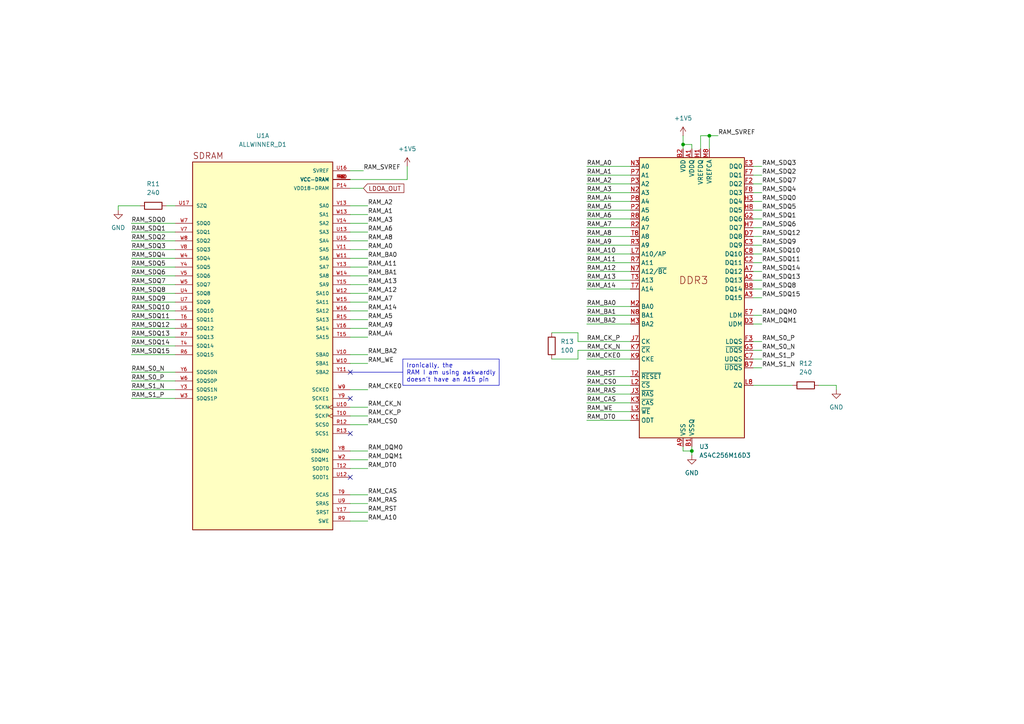
<source format=kicad_sch>
(kicad_sch (version 20250114) (generator "eeschema") (generator_version "9.0")
  (paper "A4")
  (title_block (title "Project Eous") (date "2025-04-06") (rev "0.5") (company "Radianite Computers Inc.") (comment 1 "Drawn by: Zean Isnomo"))
  (lib_symbols
    (symbol "ALLWINNER_D1:ALLWINNER_D1" (pin_names (offset 1.016))
      (property "Reference" "U" (at -20.32 57.15 0))
      (property "Value" "ALLWINNER_D1" (at -20.32 -54.61 0))
      (symbol "ALLWINNER_D1_1_0"
        (rectangle (start -20.32 -53.34) (end 20.32 53.34) (stroke (width 0.254)) (fill (type background)))
        (text "SDRAM" (at -20.32 54.102 0) (effects (font (size 1.778 1.778)) (justify left bottom)))
        (pin input line (at -25.4 40.64 0) (length 5.08) (name "SZQ") (number "U17"))
        (pin bidirectional line (at -25.4 35.56 0) (length 5.08) (name "SDQ0") (number "W7"))
        (pin bidirectional line (at -25.4 33.02 0) (length 5.08) (name "SDQ1") (number "V7"))
        (pin bidirectional line (at -25.4 30.48 0) (length 5.08) (name "SDQ2") (number "W8"))
        (pin bidirectional line (at -25.4 27.94 0) (length 5.08) (name "SDQ3") (number "V8"))
        (pin bidirectional line (at -25.4 25.4 0) (length 5.08) (name "SDQ4") (number "W4"))
        (pin bidirectional line (at -25.4 22.86 0) (length 5.08) (name "SDQ5") (number "Y4"))
        (pin bidirectional line (at -25.4 20.32 0) (length 5.08) (name "SDQ6") (number "V5"))
        (pin bidirectional line (at -25.4 17.78 0) (length 5.08) (name "SDQ7") (number "W5"))
        (pin bidirectional line (at -25.4 15.24 0) (length 5.08) (name "SDQ8") (number "U4"))
        (pin bidirectional line (at -25.4 12.7 0) (length 5.08) (name "SDQ9") (number "U7"))
        (pin bidirectional line (at -25.4 10.16 0) (length 5.08) (name "SDQ10") (number "U5"))
        (pin bidirectional line (at -25.4 7.62 0) (length 5.08) (name "SDQ11") (number "T6"))
        (pin bidirectional line (at -25.4 5.08 0) (length 5.08) (name "SDQ12") (number "U6"))
        (pin bidirectional line (at -25.4 2.54 0) (length 5.08) (name "SDQ13") (number "R7"))
        (pin bidirectional line (at -25.4 0 0) (length 5.08) (name "SDQ14") (number "T4"))
        (pin bidirectional line (at -25.4 -2.54 0) (length 5.08) (name "SDQ15") (number "R6"))
        (pin bidirectional line (at -25.4 -7.62 0) (length 5.08) (name "SDQS0N") (number "Y6"))
        (pin bidirectional line (at -25.4 -10.16 0) (length 5.08) (name "SDQS0P") (number "W6"))
        (pin bidirectional line (at -25.4 -12.7 0) (length 5.08) (name "SDQS1N") (number "Y3"))
        (pin bidirectional line (at -25.4 -15.24 0) (length 5.08) (name "SDQS1P") (number "W3"))
        (pin power_in line (at 25.4 50.8 180) (length 5.08) (name "SVREF") (number "U16"))
        (pin power_in line (at 25.4 48.26 180) (length 5.08) (name "VCC-DRAM") (number "N10"))
        (pin power_in line (at 25.4 48.26 180) (length 5.08) (name "VCC-DRAM") (number "N8"))
        (pin power_in line (at 25.4 48.26 180) (length 5.08) (name "VCC-DRAM") (number "N9"))
        (pin power_in line (at 25.4 48.26 180) (length 5.08) (name "VCC-DRAM") (number "P10"))
        (pin power_in line (at 25.4 48.26 180) (length 5.08) (name "VCC-DRAM") (number "P8"))
        (pin power_in line (at 25.4 48.26 180) (length 5.08) (name "VCC-DRAM") (number "P9"))
        (pin power_in line (at 25.4 45.72 180) (length 5.08) (name "VDD18-DRAM") (number "P14"))
        (pin output line (at 25.4 40.64 180) (length 5.08) (name "SA0") (number "V13"))
        (pin output line (at 25.4 38.1 180) (length 5.08) (name "SA1") (number "W13"))
        (pin output line (at 25.4 35.56 180) (length 5.08) (name "SA2") (number "V14"))
        (pin output line (at 25.4 33.02 180) (length 5.08) (name "SA3") (number "U13"))
        (pin output line (at 25.4 30.48 180) (length 5.08) (name "SA4") (number "U15"))
        (pin output line (at 25.4 27.94 180) (length 5.08) (name "SA5") (number "V11"))
        (pin output line (at 25.4 25.4 180) (length 5.08) (name "SA6") (number "W11"))
        (pin output line (at 25.4 22.86 180) (length 5.08) (name "SA7") (number "Y13"))
        (pin output line (at 25.4 20.32 180) (length 5.08) (name "SA8") (number "W14"))
        (pin output line (at 25.4 17.78 180) (length 5.08) (name "SA9") (number "Y15"))
        (pin output line (at 25.4 15.24 180) (length 5.08) (name "SA10") (number "W12"))
        (pin output line (at 25.4 12.7 180) (length 5.08) (name "SA11") (number "W15"))
        (pin output line (at 25.4 10.16 180) (length 5.08) (name "SA12") (number "W16"))
        (pin output line (at 25.4 7.62 180) (length 5.08) (name "SA13") (number "R15"))
        (pin output line (at 25.4 5.08 180) (length 5.08) (name "SA14") (number "V16"))
        (pin output line (at 25.4 2.54 180) (length 5.08) (name "SA15") (number "T15"))
        (pin output line (at 25.4 -2.54 180) (length 5.08) (name "SBA0") (number "V10"))
        (pin output line (at 25.4 -5.08 180) (length 5.08) (name "SBA1") (number "W10"))
        (pin output line (at 25.4 -7.62 180) (length 5.08) (name "SBA2") (number "Y11"))
        (pin output line (at 25.4 -12.7 180) (length 5.08) (name "SCKE0") (number "W9"))
        (pin output line (at 25.4 -15.24 180) (length 5.08) (name "SCKE1") (number "Y9"))
        (pin output clock (at 25.4 -17.78 180) (length 5.08) (name "SCKN") (number "U10"))
        (pin output clock (at 25.4 -20.32 180) (length 5.08) (name "SCKP") (number "T10"))
        (pin output line (at 25.4 -22.86 180) (length 5.08) (name "SCS0") (number "R12"))
        (pin output line (at 25.4 -25.4 180) (length 5.08) (name "SCS1") (number "R13"))
        (pin output line (at 25.4 -30.48 180) (length 5.08) (name "SDQM0") (number "Y8"))
        (pin output line (at 25.4 -33.02 180) (length 5.08) (name "SDQM1") (number "W2"))
        (pin output line (at 25.4 -35.56 180) (length 5.08) (name "SODT0") (number "T12"))
        (pin output line (at 25.4 -38.1 180) (length 5.08) (name "SODT1") (number "U12"))
        (pin output line (at 25.4 -43.18 180) (length 5.08) (name "SCAS") (number "T9"))
        (pin output line (at 25.4 -45.72 180) (length 5.08) (name "SRAS") (number "U9"))
        (pin output line (at 25.4 -48.26 180) (length 5.08) (name "SRST") (number "Y17"))
        (pin output line (at 25.4 -50.8 180) (length 5.08) (name "SWE") (number "R9"))
      )
      (symbol "ALLWINNER_D1_2_0"
        (rectangle (start -15.24 -68.58) (end 15.24 68.58) (stroke (width 0.254)) (fill (type background)))
        (text "GPIO" (at -15.24 69.342 0) (effects (font (size 1.778 1.778)) (justify left bottom)))
        (pin bidirectional line (at -20.32 48.26 0) (length 5.08) (name "PB0") (number "J16"))
        (pin bidirectional line (at -20.32 45.72 0) (length 5.08) (name "PB1") (number "J17"))
        (pin bidirectional line (at -20.32 43.18 0) (length 5.08) (name "PB2") (number "M16"))
        (pin bidirectional line (at -20.32 40.64 0) (length 5.08) (name "PB3") (number "M15"))
        (pin bidirectional line (at -20.32 38.1 0) (length 5.08) (name "PB4") (number "K16"))
        (pin bidirectional line (at -20.32 35.56 0) (length 5.08) (name "PB5") (number "K15"))
        (pin bidirectional line (at -20.32 33.02 0) (length 5.08) (name "PB6") (number "K17"))
        (pin bidirectional line (at -20.32 30.48 0) (length 5.08) (name "PB7") (number "J15"))
        (pin bidirectional line (at -20.32 27.94 0) (length 5.08) (name "PB8") (number "G15"))
        (pin bidirectional line (at -20.32 25.4 0) (length 5.08) (name "PB9") (number "G16"))
        (pin bidirectional line (at -20.32 22.86 0) (length 5.08) (name "PB10") (number "F17"))
        (pin bidirectional line (at -20.32 20.32 0) (length 5.08) (name "PB11") (number "F15"))
        (pin bidirectional line (at -20.32 17.78 0) (length 5.08) (name "PB12") (number "F16"))
        (pin bidirectional line (at -20.32 12.7 0) (length 5.08) (name "PC0") (number "F2"))
        (pin bidirectional line (at -20.32 10.16 0) (length 5.08) (name "PC1") (number "F1"))
        (pin bidirectional line (at -20.32 7.62 0) (length 5.08) (name "PC2") (number "G3"))
        (pin bidirectional line (at -20.32 5.08 0) (length 5.08) (name "PC3") (number "G2"))
        (pin bidirectional line (at -20.32 2.54 0) (length 5.08) (name "PC4") (number "H3"))
        (pin bidirectional line (at -20.32 0 0) (length 5.08) (name "PC5") (number "F5"))
        (pin bidirectional line (at -20.32 -2.54 0) (length 5.08) (name "PC6") (number "G6"))
        (pin bidirectional line (at -20.32 -5.08 0) (length 5.08) (name "PC7") (number "G5"))
        (pin bidirectional line (at -20.32 -10.16 0) (length 5.08) (name "PD0") (number "W19"))
        (pin bidirectional line (at -20.32 -12.7 0) (length 5.08) (name "PD1") (number "V20"))
        (pin bidirectional line (at -20.32 -15.24 0) (length 5.08) (name "PD2") (number "V19"))
        (pin bidirectional line (at -20.32 -17.78 0) (length 5.08) (name "PD3") (number "U20"))
        (pin bidirectional line (at -20.32 -20.32 0) (length 5.08) (name "PD4") (number "U19"))
        (pin bidirectional line (at -20.32 -22.86 0) (length 5.08) (name "PD5") (number "U18"))
        (pin bidirectional line (at -20.32 -25.4 0) (length 5.08) (name "PD6") (number "T19"))
        (pin bidirectional line (at -20.32 -27.94 0) (length 5.08) (name "PD7") (number "T18"))
        (pin bidirectional line (at -20.32 -30.48 0) (length 5.08) (name "PD8") (number "R20"))
        (pin bidirectional line (at -20.32 -33.02 0) (length 5.08) (name "PD9") (number "R19"))
        (pin bidirectional line (at -20.32 -35.56 0) (length 5.08) (name "PD10") (number "T17"))
        (pin bidirectional line (at -20.32 -38.1 0) (length 5.08) (name "PD11") (number "R17"))
        (pin bidirectional line (at -20.32 -40.64 0) (length 5.08) (name "PD12") (number "P19"))
        (pin bidirectional line (at -20.32 -43.18 0) (length 5.08) (name "PD13") (number "P18"))
        (pin bidirectional line (at -20.32 -45.72 0) (length 5.08) (name "PD14") (number "N17"))
        (pin bidirectional line (at -20.32 -48.26 0) (length 5.08) (name "PD15") (number "N16"))
        (pin bidirectional line (at -20.32 -50.8 0) (length 5.08) (name "PD16") (number "N20"))
        (pin bidirectional line (at -20.32 -53.34 0) (length 5.08) (name "PD17") (number "N19"))
        (pin bidirectional line (at -20.32 -55.88 0) (length 5.08) (name "PD18") (number "M19"))
        (pin bidirectional line (at -20.32 -58.42 0) (length 5.08) (name "PD19") (number "M18"))
        (pin bidirectional line (at -20.32 -60.96 0) (length 5.08) (name "PD20") (number "W18"))
        (pin bidirectional line (at -20.32 -63.5 0) (length 5.08) (name "PD21") (number "V18"))
        (pin bidirectional line (at -20.32 -66.04 0) (length 5.08) (name "PD22") (number "Y18"))
        (pin power_in line (at 20.32 66.04 180) (length 5.08) (name "VCC-LVDS") (number "R16"))
        (pin power_in line (at 20.32 63.5 180) (length 5.08) (name "VCC-PC") (number "G4"))
        (pin power_in line (at 20.32 60.96 180) (length 5.08) (name "VCC-PD") (number "T16"))
        (pin power_in line (at 20.32 58.42 180) (length 5.08) (name "VCC-PE") (number "M4"))
        (pin power_in line (at 20.32 55.88 180) (length 5.08) (name "VCC-PF") (number "F4"))
        (pin power_in line (at 20.32 53.34 180) (length 5.08) (name "VCC-PG") (number "E4"))
        (pin bidirectional line (at 20.32 48.26 180) (length 5.08) (name "PE0") (number "V1"))
        (pin bidirectional line (at 20.32 45.72 180) (length 5.08) (name "PE1") (number "U1"))
        (pin bidirectional line (at 20.32 43.18 180) (length 5.08) (name "PE2") (number "U2"))
        (pin bidirectional line (at 20.32 40.64 180) (length 5.08) (name "PE3") (number "U3"))
        (pin bidirectional line (at 20.32 38.1 180) (length 5.08) (name "PE4") (number "T2"))
        (pin bidirectional line (at 20.32 35.56 180) (length 5.08) (name "PE5") (number "T3"))
        (pin bidirectional line (at 20.32 33.02 180) (length 5.08) (name "PE6") (number "R1"))
        (pin bidirectional line (at 20.32 30.48 180) (length 5.08) (name "PE7") (number "R2"))
        (pin bidirectional line (at 20.32 27.94 180) (length 5.08) (name "PE8") (number "R3"))
        (pin bidirectional line (at 20.32 25.4 180) (length 5.08) (name "PE9") (number "P2"))
        (pin bidirectional line (at 20.32 22.86 180) (length 5.08) (name "PE10") (number "P3"))
        (pin bidirectional line (at 20.32 20.32 180) (length 5.08) (name "PE11") (number "N1"))
        (pin bidirectional line (at 20.32 17.78 180) (length 5.08) (name "PE12") (number "R5"))
        (pin bidirectional line (at 20.32 15.24 180) (length 5.08) (name "PE13") (number "R4"))
        (pin bidirectional line (at 20.32 12.7 180) (length 5.08) (name "PE14") (number "N4"))
        (pin bidirectional line (at 20.32 10.16 180) (length 5.08) (name "PE15") (number "N5"))
        (pin bidirectional line (at 20.32 7.62 180) (length 5.08) (name "PE16") (number "N6"))
        (pin bidirectional line (at 20.32 5.08 180) (length 5.08) (name "PE17") (number "M6"))
        (pin bidirectional line (at 20.32 0 180) (length 5.08) (name "PF0") (number "C2"))
        (pin bidirectional line (at 20.32 -2.54 180) (length 5.08) (name "PF1") (number "C1"))
        (pin bidirectional line (at 20.32 -5.08 180) (length 5.08) (name "PF2") (number "D2"))
        (pin bidirectional line (at 20.32 -7.62 180) (length 5.08) (name "PF3") (number "D1"))
        (pin bidirectional line (at 20.32 -10.16 180) (length 5.08) (name "PF4") (number "E3"))
        (pin bidirectional line (at 20.32 -12.7 180) (length 5.08) (name "PF5") (number "E2"))
        (pin bidirectional line (at 20.32 -15.24 180) (length 5.08) (name "PF6") (number "D3"))
        (pin bidirectional line (at 20.32 -20.32 180) (length 5.08) (name "PG0") (number "B2"))
        (pin bidirectional line (at 20.32 -22.86 180) (length 5.08) (name "PG1") (number "B3"))
        (pin bidirectional line (at 20.32 -25.4 180) (length 5.08) (name "PG2") (number "A3"))
        (pin bidirectional line (at 20.32 -27.94 180) (length 5.08) (name "PG3") (number "C3"))
        (pin bidirectional line (at 20.32 -30.48 180) (length 5.08) (name "PG4") (number "A4"))
        (pin bidirectional line (at 20.32 -33.02 180) (length 5.08) (name "PG5") (number "B4"))
        (pin bidirectional line (at 20.32 -35.56 180) (length 5.08) (name "PG6") (number "B5"))
        (pin bidirectional line (at 20.32 -38.1 180) (length 5.08) (name "PG7") (number "C5"))
        (pin bidirectional line (at 20.32 -40.64 180) (length 5.08) (name "PG8") (number "A6"))
        (pin bidirectional line (at 20.32 -43.18 180) (length 5.08) (name "PG9") (number "B6"))
        (pin bidirectional line (at 20.32 -45.72 180) (length 5.08) (name "PG10") (number "C6"))
        (pin bidirectional line (at 20.32 -48.26 180) (length 5.08) (name "PG11") (number "D4"))
        (pin bidirectional line (at 20.32 -50.8 180) (length 5.08) (name "PG12") (number "D5"))
        (pin bidirectional line (at 20.32 -53.34 180) (length 5.08) (name "PG13") (number "D6"))
        (pin bidirectional line (at 20.32 -55.88 180) (length 5.08) (name "PG14") (number "E6"))
        (pin bidirectional line (at 20.32 -58.42 180) (length 5.08) (name "PG15") (number "F6"))
        (pin bidirectional line (at 20.32 -60.96 180) (length 5.08) (name "PG16") (number "F7"))
        (pin bidirectional line (at 20.32 -63.5 180) (length 5.08) (name "PG17") (number "E7"))
        (pin bidirectional line (at 20.32 -66.04 180) (length 5.08) (name "PG18") (number "D7"))
      )
      (symbol "ALLWINNER_D1_3_0"
        (rectangle (start -17.78 -30.48) (end 17.78 30.48) (stroke (width 0.254)) (fill (type background)))
        (text "SYS/LR_GP_TP_ADC/USB/CVBS" (at -17.78 31.242 0) (effects (font (size 1.778 1.778)) (justify left bottom)))
        (pin input line (at -22.86 20.32 0) (length 5.08) (name "RESET") (number "M2"))
        (pin input line (at -22.86 17.78 0) (length 5.08) (name "TEST") (number "N2"))
        (pin input line (at -22.86 15.24 0) (length 5.08) (name "FEL") (number "A18"))
        (pin input line (at -22.86 10.16 0) (length 5.08) (name "LRADC") (number "B12"))
        (pin input line (at -22.86 5.08 0) (length 5.08) (name "GPADC0") (number "C13"))
        (pin input line (at -22.86 2.54 0) (length 5.08) (name "GPADC1") (number "B13"))
        (pin input line (at -22.86 -2.54 0) (length 5.08) (name "TP-X1") (number "C12"))
        (pin input line (at -22.86 -5.08 0) (length 5.08) (name "TP-X2") (number "A11"))
        (pin input line (at -22.86 -7.62 0) (length 5.08) (name "TP-Y1") (number "B11"))
        (pin input line (at -22.86 -10.16 0) (length 5.08) (name "TP-Y2") (number "C11"))
        (pin input line (at -22.86 -15.24 0) (length 5.08) (name "TVIN0") (number "B9"))
        (pin input line (at -22.86 -17.78 0) (length 5.08) (name "TVIN1") (number "C9"))
        (pin input line (at -22.86 -20.32 0) (length 5.08) (name "TVIN-VRN") (number "F10"))
        (pin input line (at -22.86 -22.86 0) (length 5.08) (name "TVIN-VRP") (number "E10"))
        (pin power_in line (at 22.86 27.94 180) (length 5.08) (name "VCC-TVIN") (number "D9"))
        (pin power_in line (at 22.86 25.4 180) (length 5.08) (name "VCC-TVOUT") (number "E18"))
        (pin bidirectional line (at 22.86 20.32 180) (length 5.08) (name "NMI") (number "N3"))
        (pin bidirectional line (at 22.86 15.24 180) (length 5.08) (name "USB0-DM") (number "C7"))
        (pin bidirectional line (at 22.86 12.7 180) (length 5.08) (name "USB0-DP") (number "B7"))
        (pin bidirectional line (at 22.86 10.16 180) (length 5.08) (name "USB1-DM") (number "B8"))
        (pin bidirectional line (at 22.86 7.62 180) (length 5.08) (name "USB1-DP") (number "A8"))
        (pin output line (at 22.86 2.54 180) (length 5.08) (name "TVOUT0") (number "E19"))
        (pin power_in line (at 22.86 -27.94 180) (length 5.08) (name "GND-TVIN") (number "E9"))
      )
      (symbol "ALLWINNER_D1_4_0"
        (rectangle (start -15.24 -15.24) (end 15.24 12.7) (stroke (width 0.254)) (fill (type background)))
        (text "HDMI" (at -15.24 13.462 0) (effects (font (size 1.778 1.778)) (justify left bottom)))
        (pin output clock (at -20.32 5.08 0) (length 5.08) (name "HSCL") (number "G19"))
        (pin bidirectional line (at -20.32 2.54 0) (length 5.08) (name "HSDA") (number "G18"))
        (pin bidirectional line (at -20.32 -2.54 0) (length 5.08) (name "HCEC") (number "F19"))
        (pin bidirectional line (at -20.32 -5.08 0) (length 5.08) (name "HHPD") (number "F20"))
        (pin power_in line (at 20.32 10.16 180) (length 5.08) (name "VCC-HDMI") (number "M17"))
        (pin output line (at 20.32 5.08 180) (length 5.08) (name "HTX0N") (number "K19"))
        (pin output line (at 20.32 2.54 180) (length 5.08) (name "HTX0P") (number "K18"))
        (pin output line (at 20.32 0 180) (length 5.08) (name "HTX1N") (number "J19"))
        (pin output line (at 20.32 -2.54 180) (length 5.08) (name "HTX1P") (number "J18"))
        (pin output line (at 20.32 -5.08 180) (length 5.08) (name "HTX2N") (number "H20"))
        (pin output line (at 20.32 -7.62 180) (length 5.08) (name "HTX2P") (number "H19"))
        (pin output line (at 20.32 -10.16 180) (length 5.08) (name "HTXCN") (number "L20"))
        (pin output line (at 20.32 -12.7 180) (length 5.08) (name "HTXCP") (number "L19"))
      )
      (symbol "ALLWINNER_D1_5_0"
        (rectangle (start -17.78 -33.02) (end 17.78 33.02) (stroke (width 0.254)) (fill (type background)))
        (text "AUDIO_CODEC" (at -17.78 33.782 0) (effects (font (size 1.778 1.778)) (justify left bottom)))
        (pin input line (at -22.86 12.7 0) (length 5.08) (name "MIC-DET") (number "A17"))
        (pin input line (at -22.86 7.62 0) (length 5.08) (name "MICIN1N") (number "D19"))
        (pin input line (at -22.86 5.08 0) (length 5.08) (name "MICIN1P") (number "D20"))
        (pin input line (at -22.86 2.54 0) (length 5.08) (name "MICIN2N") (number "D15"))
        (pin input line (at -22.86 0 0) (length 5.08) (name "MICIN2P") (number "E15"))
        (pin input line (at -22.86 -2.54 0) (length 5.08) (name "MICIN3N") (number "D16"))
        (pin input line (at -22.86 -5.08 0) (length 5.08) (name "MICIN3P") (number "D17"))
        (pin input line (at -22.86 -10.16 0) (length 5.08) (name "HP-DET") (number "A13"))
        (pin input line (at -22.86 -12.7 0) (length 5.08) (name "HPOUTFB") (number "E13"))
        (pin input line (at -22.86 -17.78 0) (length 5.08) (name "LINEINL") (number "B16"))
        (pin input line (at -22.86 -20.32 0) (length 5.08) (name "LINEINR") (number "C16"))
        (pin input line (at -22.86 -22.86 0) (length 5.08) (name "FMINL") (number "B17"))
        (pin input line (at -22.86 -25.4 0) (length 5.08) (name "FMINR") (number "C17"))
        (pin power_in line (at 22.86 30.48 180) (length 5.08) (name "VDD33") (number "C20"))
        (pin power_in line (at 22.86 27.94 180) (length 5.08) (name "AVCC") (number "C18"))
        (pin power_in line (at 22.86 25.4 180) (length 5.08) (name "ALDO") (number "C19"))
        (pin power_in line (at 22.86 22.86 180) (length 5.08) (name "HPLDO") (number "E12"))
        (pin power_in line (at 22.86 20.32 180) (length 5.08) (name "HPLDOIN") (number "D12"))
        (pin power_in line (at 22.86 17.78 180) (length 5.08) (name "HPVCC") (number "D10"))
        (pin output line (at 22.86 12.7 180) (length 5.08) (name "MBIAS") (number "E16"))
        (pin output line (at 22.86 10.16 180) (length 5.08) (name "HBIAS") (number "E17"))
        (pin output line (at 22.86 5.08 180) (length 5.08) (name "HPOUTL") (number "F13"))
        (pin output line (at 22.86 2.54 180) (length 5.08) (name "HPOUTR") (number "D13"))
        (pin output line (at 22.86 -2.54 180) (length 5.08) (name "VRA1") (number "B19"))
        (pin output line (at 22.86 -5.08 180) (length 5.08) (name "VRA2") (number "B18"))
        (pin output line (at 22.86 -10.16 180) (length 5.08) (name "LINEOUTLN") (number "C15"))
        (pin output line (at 22.86 -12.7 180) (length 5.08) (name "LINEOUTLP") (number "B15"))
        (pin output line (at 22.86 -15.24 180) (length 5.08) (name "LINEOUTRN") (number "C14"))
        (pin output line (at 22.86 -17.78 180) (length 5.08) (name "LINEOUTRP") (number "B14"))
        (pin power_in line (at 22.86 -30.48 180) (length 5.08) (name "AGND") (number "D18"))
      )
      (symbol "ALLWINNER_D1_6_0"
        (rectangle (start -20.32 -12.7) (end 20.32 12.7) (stroke (width 0.254)) (fill (type background)))
        (text "RTC AND PLL/DCXO" (at -20.32 13.462 0) (effects (font (size 1.778 1.778)) (justify left bottom)))
        (pin input line (at -25.4 0 0) (length 5.08) (name "X32KIN") (number "L2"))
        (pin output line (at -25.4 -2.54 0) (length 5.08) (name "X32KOUT") (number "L3"))
        (pin input line (at -25.4 -7.62 0) (length 5.08) (name "DXIN") (number "K1"))
        (pin output line (at -25.4 -10.16 0) (length 5.08) (name "DXOUT") (number "K2"))
        (pin power_in line (at 25.4 10.16 180) (length 5.08) (name "VCC-DCXO") (number "K4"))
        (pin power_in line (at 25.4 7.62 180) (length 5.08) (name "VCC-PLL") (number "J5"))
        (pin power_in line (at 25.4 5.08 180) (length 5.08) (name "VCC-RTC") (number "K5"))
        (pin output clock (at 25.4 0 180) (length 5.08) (name "REFCLK-OUT") (number "J2"))
      )
      (symbol "ALLWINNER_D1_7_0"
        (rectangle (start -17.78 -15.24) (end 17.78 12.7) (stroke (width 0.254)) (fill (type background)))
        (text "POWER" (at -17.78 13.462 0) (effects (font (size 1.778 1.778)) (justify left bottom)))
        (pin power_in line (at 22.86 10.16 180) (length 5.08) (name "VDD-SYS") (number "G13"))
        (pin power_in line (at 22.86 10.16 180) (length 5.08) (name "VDD-SYS") (number "G14"))
        (pin power_in line (at 22.86 10.16 180) (length 5.08) (name "VDD-SYS") (number "H13"))
        (pin power_in line (at 22.86 10.16 180) (length 5.08) (name "VDD-SYS") (number "H14"))
        (pin power_in line (at 22.86 10.16 180) (length 5.08) (name "VDD-SYS") (number "J13"))
        (pin power_in line (at 22.86 10.16 180) (length 5.08) (name "VDD-SYS") (number "J14"))
        (pin power_in line (at 22.86 7.62 180) (length 5.08) (name "VDD-CPU") (number "G7"))
        (pin power_in line (at 22.86 7.62 180) (length 5.08) (name "VDD-CPU") (number "G8"))
        (pin power_in line (at 22.86 7.62 180) (length 5.08) (name "VDD-CPU") (number "H7"))
        (pin power_in line (at 22.86 7.62 180) (length 5.08) (name "VDD-CPU") (number "H8"))
        (pin power_in line (at 22.86 7.62 180) (length 5.08) (name "VDD-CPU") (number "H9"))
        (pin power_in line (at 22.86 5.08 180) (length 5.08) (name "VCC-IO") (number "G17"))
        (pin power_in line (at 22.86 2.54 180) (length 5.08) (name "VDD-CPUFB") (number "G9"))
        (pin power_in line (at 22.86 0 180) (length 5.08) (name "VCC-EFUSE") (number "J4"))
        (pin power_in line (at 22.86 -2.54 180) (length 5.08) (name "LDO-IN") (number "M7"))
        (pin power_in line (at 22.86 -5.08 180) (length 5.08) (name "LDOA-OUT") (number "L7"))
        (pin power_in line (at 22.86 -7.62 180) (length 5.08) (name "LDOB-OUT") (number "N7"))
        (pin power_in line (at 22.86 -12.7 180) (length 5.08) (name "GND") (number "A1"))
        (pin power_in line (at 22.86 -12.7 180) (length 5.08) (name "GND") (number "A15"))
        (pin power_in line (at 22.86 -12.7 180) (length 5.08) (name "GND") (number "A19"))
        (pin power_in line (at 22.86 -12.7 180) (length 5.08) (name "GND") (number "A2"))
        (pin power_in line (at 22.86 -12.7 180) (length 5.08) (name "GND") (number "A20"))
        (pin power_in line (at 22.86 -12.7 180) (length 5.08) (name "GND") (number "B1"))
        (pin power_in line (at 22.86 -12.7 180) (length 5.08) (name "GND") (number "B10"))
        (pin power_in line (at 22.86 -12.7 180) (length 5.08) (name "GND") (number "B20"))
        (pin power_in line (at 22.86 -12.7 180) (length 5.08) (name "GND") (number "C10"))
        (pin power_in line (at 22.86 -12.7 180) (length 5.08) (name "GND") (number "C4"))
        (pin power_in line (at 22.86 -12.7 180) (length 5.08) (name "GND") (number "C8"))
        (pin power_in line (at 22.86 -12.7 180) (length 5.08) (name "GND") (number "E5"))
        (pin power_in line (at 22.86 -12.7 180) (length 5.08) (name "GND") (number "F12"))
        (pin power_in line (at 22.86 -12.7 180) (length 5.08) (name "GND") (number "F18"))
        (pin power_in line (at 22.86 -12.7 180) (length 5.08) (name "GND") (number "F3"))
        (pin power_in line (at 22.86 -12.7 180) (length 5.08) (name "GND") (number "F9"))
        (pin power_in line (at 22.86 -12.7 180) (length 5.08) (name "GND") (number "G10"))
        (pin power_in line (at 22.86 -12.7 180) (length 5.08) (name "GND") (number "G11"))
        (pin power_in line (at 22.86 -12.7 180) (length 5.08) (name "GND") (number "G12"))
        (pin power_in line (at 22.86 -12.7 180) (length 5.08) (name "GND") (number "H1"))
        (pin power_in line (at 22.86 -12.7 180) (length 5.08) (name "GND") (number "H10"))
        (pin power_in line (at 22.86 -12.7 180) (length 5.08) (name "GND") (number "H11"))
        (pin power_in line (at 22.86 -12.7 180) (length 5.08) (name "GND") (number "H12"))
        (pin power_in line (at 22.86 -12.7 180) (length 5.08) (name "GND") (number "H18"))
        (pin power_in line (at 22.86 -12.7 180) (length 5.08) (name "GND") (number "H2"))
        (pin power_in line (at 22.86 -12.7 180) (length 5.08) (name "GND") (number "J10"))
        (pin power_in line (at 22.86 -12.7 180) (length 5.08) (name "GND") (number "J11"))
        (pin power_in line (at 22.86 -12.7 180) (length 5.08) (name "GND") (number "J12"))
        (pin power_in line (at 22.86 -12.7 180) (length 5.08) (name "GND") (number "J3"))
        (pin power_in line (at 22.86 -12.7 180) (length 5.08) (name "GND") (number "J6"))
        (pin power_in line (at 22.86 -12.7 180) (length 5.08) (name "GND") (number "J7"))
        (pin power_in line (at 22.86 -12.7 180) (length 5.08) (name "GND") (number "J8"))
        (pin power_in line (at 22.86 -12.7 180) (length 5.08) (name "GND") (number "J9"))
        (pin power_in line (at 22.86 -12.7 180) (length 5.08) (name "GND") (number "K10"))
        (pin power_in line (at 22.86 -12.7 180) (length 5.08) (name "GND") (number "K11"))
        (pin power_in line (at 22.86 -12.7 180) (length 5.08) (name "GND") (number "K12"))
        (pin power_in line (at 22.86 -12.7 180) (length 5.08) (name "GND") (number "K13"))
        (pin power_in line (at 22.86 -12.7 180) (length 5.08) (name "GND") (number "K14"))
        (pin power_in line (at 22.86 -12.7 180) (length 5.08) (name "GND") (number "K3"))
        (pin power_in line (at 22.86 -12.7 180) (length 5.08) (name "GND") (number "K6"))
        (pin power_in line (at 22.86 -12.7 180) (length 5.08) (name "GND") (number "K7"))
        (pin power_in line (at 22.86 -12.7 180) (length 5.08) (name "GND") (number "K8"))
        (pin power_in line (at 22.86 -12.7 180) (length 5.08) (name "GND") (number "K9"))
        (pin power_in line (at 22.86 -12.7 180) (length 5.08) (name "GND") (number "L10"))
        (pin power_in line (at 22.86 -12.7 180) (length 5.08) (name "GND") (number "L11"))
        (pin power_in line (at 22.86 -12.7 180) (length 5.08) (name "GND") (number "L12"))
        (pin power_in line (at 22.86 -12.7 180) (length 5.08) (name "GND") (number "L13"))
        (pin power_in line (at 22.86 -12.7 180) (length 5.08) (name "GND") (number "L14"))
        (pin power_in line (at 22.86 -12.7 180) (length 5.08) (name "GND") (number "L18"))
        (pin power_in line (at 22.86 -12.7 180) (length 5.08) (name "GND") (number "L8"))
        (pin power_in line (at 22.86 -12.7 180) (length 5.08) (name "GND") (number "L9"))
        (pin power_in line (at 22.86 -12.7 180) (length 5.08) (name "GND") (number "M10"))
        (pin power_in line (at 22.86 -12.7 180) (length 5.08) (name "GND") (number "M11"))
        (pin power_in line (at 22.86 -12.7 180) (length 5.08) (name "GND") (number "M12"))
        (pin power_in line (at 22.86 -12.7 180) (length 5.08) (name "GND") (number "M13"))
        (pin power_in line (at 22.86 -12.7 180) (length 5.08) (name "GND") (number "M14"))
        (pin power_in line (at 22.86 -12.7 180) (length 5.08) (name "GND") (number "M3"))
        (pin power_in line (at 22.86 -12.7 180) (length 5.08) (name "GND") (number "M5"))
        (pin power_in line (at 22.86 -12.7 180) (length 5.08) (name "GND") (number "M8"))
        (pin power_in line (at 22.86 -12.7 180) (length 5.08) (name "GND") (number "M9"))
        (pin power_in line (at 22.86 -12.7 180) (length 5.08) (name "GND") (number "N11"))
        (pin power_in line (at 22.86 -12.7 180) (length 5.08) (name "GND") (number "N12"))
        (pin power_in line (at 22.86 -12.7 180) (length 5.08) (name "GND") (number "N13"))
        (pin power_in line (at 22.86 -12.7 180) (length 5.08) (name "GND") (number "N14"))
        (pin power_in line (at 22.86 -12.7 180) (length 5.08) (name "GND") (number "N15"))
        (pin power_in line (at 22.86 -12.7 180) (length 5.08) (name "GND") (number "N18"))
        (pin power_in line (at 22.86 -12.7 180) (length 5.08) (name "GND") (number "P11"))
        (pin power_in line (at 22.86 -12.7 180) (length 5.08) (name "GND") (number "P12"))
        (pin power_in line (at 22.86 -12.7 180) (length 5.08) (name "GND") (number "P13"))
        (pin power_in line (at 22.86 -12.7 180) (length 5.08) (name "GND") (number "P7"))
        (pin power_in line (at 22.86 -12.7 180) (length 5.08) (name "GND") (number "R10"))
        (pin power_in line (at 22.86 -12.7 180) (length 5.08) (name "GND") (number "R18"))
        (pin power_in line (at 22.86 -12.7 180) (length 5.08) (name "GND") (number "T13"))
        (pin power_in line (at 22.86 -12.7 180) (length 5.08) (name "GND") (number "T5"))
        (pin power_in line (at 22.86 -12.7 180) (length 5.08) (name "GND") (number "T7"))
        (pin power_in line (at 22.86 -12.7 180) (length 5.08) (name "GND") (number "V12"))
        (pin power_in line (at 22.86 -12.7 180) (length 5.08) (name "GND") (number "V15"))
        (pin power_in line (at 22.86 -12.7 180) (length 5.08) (name "GND") (number "V17"))
        (pin power_in line (at 22.86 -12.7 180) (length 5.08) (name "GND") (number "V2"))
        (pin power_in line (at 22.86 -12.7 180) (length 5.08) (name "GND") (number "V3"))
        (pin power_in line (at 22.86 -12.7 180) (length 5.08) (name "GND") (number "V4"))
        (pin power_in line (at 22.86 -12.7 180) (length 5.08) (name "GND") (number "V6"))
        (pin power_in line (at 22.86 -12.7 180) (length 5.08) (name "GND") (number "V9"))
        (pin power_in line (at 22.86 -12.7 180) (length 5.08) (name "GND") (number "W1"))
        (pin power_in line (at 22.86 -12.7 180) (length 5.08) (name "GND") (number "W17"))
        (pin power_in line (at 22.86 -12.7 180) (length 5.08) (name "GND") (number "W20"))
        (pin power_in line (at 22.86 -12.7 180) (length 5.08) (name "GND") (number "Y1"))
        (pin power_in line (at 22.86 -12.7 180) (length 5.08) (name "GND") (number "Y19"))
        (pin power_in line (at 22.86 -12.7 180) (length 5.08) (name "GND") (number "Y2"))
        (pin power_in line (at 22.86 -12.7 180) (length 5.08) (name "GND") (number "Y20"))
      )
    )
    (symbol "Device:R" (pin_numbers (hide yes)) (pin_names (offset 0))
      (property "Reference" "R" (at 2.032 0 90))
      (property "Value" "R" (at 0 0 90))
      (symbol "R_0_1"
        (rectangle (start -1.016 -2.54) (end 1.016 2.54) (stroke (width 0.254)))
      )
      (symbol "R_1_1"
        (pin passive line (at 0 3.81 270) (length 1.27) (name "~") (number "1"))
        (pin passive line (at 0 -3.81 90) (length 1.27) (name "~") (number "2"))
      )
    )
    (symbol "Memory_RAM:AS4C256M16D3"
      (property "Reference" "U" (at -13.97 41.91 0))
      (property "Value" "AS4C256M16D3" (at 13.97 41.91 0))
      (symbol "AS4C256M16D3_0_1"
        (rectangle (start -15.24 -40.64) (end 15.24 40.64) (stroke (width 0.254)) (fill (type background)))
        (pin input line (at -17.78 38.1 0) (length 2.54) (name "A0") (number "N3"))
        (pin input line (at -17.78 35.56 0) (length 2.54) (name "A1") (number "P7"))
        (pin input line (at -17.78 33.02 0) (length 2.54) (name "A2") (number "P3"))
        (pin input line (at -17.78 30.48 0) (length 2.54) (name "A3") (number "N2"))
        (pin input line (at -17.78 27.94 0) (length 2.54) (name "A4") (number "P8"))
        (pin input line (at -17.78 25.4 0) (length 2.54) (name "A5") (number "P2"))
        (pin input line (at -17.78 22.86 0) (length 2.54) (name "A6") (number "R8"))
        (pin input line (at -17.78 20.32 0) (length 2.54) (name "A7") (number "R2"))
        (pin input line (at -17.78 17.78 0) (length 2.54) (name "A8") (number "T8"))
        (pin input line (at -17.78 15.24 0) (length 2.54) (name "A9") (number "R3"))
        (pin input line (at -17.78 12.7 0) (length 2.54) (name "A10/AP") (number "L7"))
        (pin input line (at -17.78 10.16 0) (length 2.54) (name "A11") (number "R7"))
        (pin input line (at -17.78 7.62 0) (length 2.54) (name "A12/~{BC}") (number "N7"))
        (pin input line (at -17.78 5.08 0) (length 2.54) (name "A13") (number "T3"))
        (pin input line (at -17.78 2.54 0) (length 2.54) (name "A14") (number "T7"))
        (pin input line (at -17.78 -22.86 0) (length 2.54) (name "~{RESET}") (number "T2"))
        (pin input line (at -17.78 -25.4 0) (length 2.54) (name "~{CS}") (number "L2"))
        (pin power_in line (at -2.54 43.18 270) (length 2.54) (name "VDD") (number "B2"))
        (pin passive line (at -2.54 43.18 270) (length 2.54) (hide yes) (name "VDD") (number "D9"))
        (pin passive line (at -2.54 43.18 270) (length 2.54) (hide yes) (name "VDD") (number "G7"))
        (pin passive line (at -2.54 43.18 270) (length 2.54) (hide yes) (name "VDD") (number "K2"))
        (pin passive line (at -2.54 43.18 270) (length 2.54) (hide yes) (name "VDD") (number "K8"))
        (pin passive line (at -2.54 43.18 270) (length 2.54) (hide yes) (name "VDD") (number "N1"))
        (pin passive line (at -2.54 43.18 270) (length 2.54) (hide yes) (name "VDD") (number "N9"))
        (pin passive line (at -2.54 43.18 270) (length 2.54) (hide yes) (name "VDD") (number "R1"))
        (pin passive line (at -2.54 43.18 270) (length 2.54) (hide yes) (name "VDD") (number "R9"))
        (pin power_in line (at -2.54 -43.18 90) (length 2.54) (name "VSS") (number "A9"))
        (pin passive line (at -2.54 -43.18 90) (length 2.54) (hide yes) (name "VSS") (number "B3"))
        (pin passive line (at -2.54 -43.18 90) (length 2.54) (hide yes) (name "VSS") (number "E1"))
        (pin passive line (at -2.54 -43.18 90) (length 2.54) (hide yes) (name "VSS") (number "G8"))
        (pin passive line (at -2.54 -43.18 90) (length 2.54) (hide yes) (name "VSS") (number "J2"))
        (pin passive line (at -2.54 -43.18 90) (length 2.54) (hide yes) (name "VSS") (number "J8"))
        (pin passive line (at -2.54 -43.18 90) (length 2.54) (hide yes) (name "VSS") (number "M1"))
        (pin passive line (at -2.54 -43.18 90) (length 2.54) (hide yes) (name "VSS") (number "M9"))
        (pin passive line (at -2.54 -43.18 90) (length 2.54) (hide yes) (name "VSS") (number "P1"))
        (pin passive line (at -2.54 -43.18 90) (length 2.54) (hide yes) (name "VSS") (number "P9"))
        (pin passive line (at -2.54 -43.18 90) (length 2.54) (hide yes) (name "VSS") (number "T1"))
        (pin passive line (at -2.54 -43.18 90) (length 2.54) (hide yes) (name "VSS") (number "T9"))
        (pin power_in line (at 0 43.18 270) (length 2.54) (name "VDDQ") (number "A1"))
        (pin passive line (at 0 43.18 270) (length 2.54) (hide yes) (name "VDDQ") (number "A8"))
        (pin passive line (at 0 43.18 270) (length 2.54) (hide yes) (name "VDDQ") (number "C1"))
        (pin passive line (at 0 43.18 270) (length 2.54) (hide yes) (name "VDDQ") (number "C9"))
        (pin passive line (at 0 43.18 270) (length 2.54) (hide yes) (name "VDDQ") (number "D2"))
        (pin passive line (at 0 43.18 270) (length 2.54) (hide yes) (name "VDDQ") (number "E9"))
        (pin passive line (at 0 43.18 270) (length 2.54) (hide yes) (name "VDDQ") (number "F1"))
        (pin passive line (at 0 43.18 270) (length 2.54) (hide yes) (name "VDDQ") (number "H2"))
        (pin passive line (at 0 43.18 270) (length 2.54) (hide yes) (name "VDDQ") (number "H9"))
        (pin power_in line (at 0 -43.18 90) (length 2.54) (name "VSSQ") (number "B1"))
        (pin passive line (at 0 -43.18 90) (length 2.54) (hide yes) (name "VSSQ") (number "B9"))
        (pin passive line (at 0 -43.18 90) (length 2.54) (hide yes) (name "VSSQ") (number "D1"))
        (pin passive line (at 0 -43.18 90) (length 2.54) (hide yes) (name "VSSQ") (number "D8"))
        (pin passive line (at 0 -43.18 90) (length 2.54) (hide yes) (name "VSSQ") (number "E2"))
        (pin passive line (at 0 -43.18 90) (length 2.54) (hide yes) (name "VSSQ") (number "E8"))
        (pin passive line (at 0 -43.18 90) (length 2.54) (hide yes) (name "VSSQ") (number "F9"))
        (pin passive line (at 0 -43.18 90) (length 2.54) (hide yes) (name "VSSQ") (number "G1"))
        (pin passive line (at 0 -43.18 90) (length 2.54) (hide yes) (name "VSSQ") (number "G9"))
        (pin power_in line (at 2.54 43.18 270) (length 2.54) (name "VREFDQ") (number "H1"))
        (pin bidirectional line (at 17.78 38.1 180) (length 2.54) (name "DQ0") (number "E3"))
        (pin bidirectional line (at 17.78 35.56 180) (length 2.54) (name "DQ1") (number "F7"))
        (pin bidirectional line (at 17.78 33.02 180) (length 2.54) (name "DQ2") (number "F2"))
        (pin bidirectional line (at 17.78 30.48 180) (length 2.54) (name "DQ3") (number "F8"))
        (pin bidirectional line (at 17.78 27.94 180) (length 2.54) (name "DQ4") (number "H3"))
        (pin bidirectional line (at 17.78 25.4 180) (length 2.54) (name "DQ5") (number "H8"))
        (pin bidirectional line (at 17.78 22.86 180) (length 2.54) (name "DQ6") (number "G2"))
        (pin bidirectional line (at 17.78 20.32 180) (length 2.54) (name "DQ7") (number "H7"))
      )
      (symbol "AS4C256M16D3_1_1"
        (text "DDR3" (at -3.81 3.81 0) (effects (font (size 2.1336 2.1336)) (justify left bottom)))
        (pin input line (at -17.78 -2.54 0) (length 2.54) (name "BA0") (number "M2"))
        (pin input line (at -17.78 -5.08 0) (length 2.54) (name "BA1") (number "N8"))
        (pin input line (at -17.78 -7.62 0) (length 2.54) (name "BA2") (number "M3"))
        (pin input line (at -17.78 -12.7 0) (length 2.54) (name "CK") (number "J7"))
        (pin input line (at -17.78 -15.24 0) (length 2.54) (name "~{CK}") (number "K7"))
        (pin input line (at -17.78 -17.78 0) (length 2.54) (name "CKE") (number "K9"))
        (pin input line (at -17.78 -27.94 0) (length 2.54) (name "~{RAS}") (number "J3"))
        (pin input line (at -17.78 -30.48 0) (length 2.54) (name "~{CAS}") (number "K3"))
        (pin input line (at -17.78 -33.02 0) (length 2.54) (name "~{WE}") (number "L3"))
        (pin input line (at -17.78 -35.56 0) (length 2.54) (name "ODT") (number "K1"))
        (pin power_in line (at 5.08 43.18 270) (length 2.54) (name "VREFCA") (number "M8"))
        (pin no_connect line (at 15.24 -27.94 180) (length 2.54) (hide yes) (name "NC") (number "J1"))
        (pin no_connect line (at 15.24 -30.48 180) (length 2.54) (hide yes) (name "NC") (number "J9"))
        (pin no_connect line (at 15.24 -33.02 180) (length 2.54) (hide yes) (name "NC") (number "L1"))
        (pin no_connect line (at 15.24 -35.56 180) (length 2.54) (hide yes) (name "NC") (number "L9"))
        (pin no_connect line (at 15.24 -38.1 180) (length 2.54) (hide yes) (name "NC") (number "M7"))
        (pin bidirectional line (at 17.78 17.78 180) (length 2.54) (name "DQ8") (number "D7"))
        (pin bidirectional line (at 17.78 15.24 180) (length 2.54) (name "DQ9") (number "C3"))
        (pin bidirectional line (at 17.78 12.7 180) (length 2.54) (name "DQ10") (number "C8"))
        (pin bidirectional line (at 17.78 10.16 180) (length 2.54) (name "DQ11") (number "C2"))
        (pin bidirectional line (at 17.78 7.62 180) (length 2.54) (name "DQ12") (number "A7"))
        (pin bidirectional line (at 17.78 5.08 180) (length 2.54) (name "DQ13") (number "A2"))
        (pin bidirectional line (at 17.78 2.54 180) (length 2.54) (name "DQ14") (number "B8"))
        (pin bidirectional line (at 17.78 0 180) (length 2.54) (name "DQ15") (number "A3"))
        (pin input line (at 17.78 -5.08 180) (length 2.54) (name "LDM") (number "E7"))
        (pin input line (at 17.78 -7.62 180) (length 2.54) (name "UDM") (number "D3"))
        (pin bidirectional line (at 17.78 -12.7 180) (length 2.54) (name "LDQS") (number "F3"))
        (pin bidirectional line (at 17.78 -15.24 180) (length 2.54) (name "~{LDQS}") (number "G3"))
        (pin bidirectional line (at 17.78 -17.78 180) (length 2.54) (name "UDQS") (number "C7"))
        (pin bidirectional line (at 17.78 -20.32 180) (length 2.54) (name "~{UDQS}") (number "B7"))
        (pin input line (at 17.78 -25.4 180) (length 2.54) (name "ZQ") (number "L8"))
      )
    )
    (symbol "power:+1V5" (power) (pin_numbers (hide yes)) (pin_names (offset 0) (hide yes))
      (property "Value" "+1V5" (at 0 3.556 0))
      (symbol "+1V5_0_1"
        (polyline (pts (xy -0.762 1.27) (xy 0 2.54)))
        (polyline (pts (xy 0 2.54) (xy 0.762 1.27)))
        (polyline (pts (xy 0 0) (xy 0 2.54)))
      )
      (symbol "+1V5_1_1"
        (pin power_in line (at 0 0 90) (length 0) (name "~") (number "1"))
      )
    )
    (symbol "power:GND" (power) (pin_numbers (hide yes)) (pin_names (offset 0) (hide yes))
      (property "Value" "GND" (at 0 -3.81 0))
      (symbol "GND_0_1"
        (polyline (pts (xy 0 0) (xy 0 -1.27) (xy 1.27 -1.27) (xy 0 -2.54) (xy -1.27 -1.27) (xy 0 -1.27)))
      )
      (symbol "GND_1_1"
        (pin power_in line (at 0 0 270) (length 0) (name "~") (number "1"))
      )
    )
  )
  (rectangle (start 116.84 104.14) (end 144.78 111.76))
  (text "Ironically, the\nRAM I am using awkwardly\ndoesn't have an A15 pin" (at 117.856 108.204 0) (effects (font (size 1.27 1.27)) (justify left)))
  (junction (at 205.74 39.37))
  (junction (at 200.66 130.81))
  (junction (at 198.12 41.91))
  (no_connect (at 101.6 138.43))
  (no_connect (at 101.6 107.95))
  (no_connect (at 101.6 115.57))
  (no_connect (at 101.6 125.73))
  (wire (pts (xy 170.18 116.84) (xy 182.88 116.84)))
  (wire (pts (xy 203.2 39.37) (xy 203.2 43.18)))
  (wire (pts (xy 118.11 52.07) (xy 101.6 52.07)))
  (wire (pts (xy 170.18 71.12) (xy 182.88 71.12)))
  (wire (pts (xy 242.57 113.03) (xy 242.57 111.76)))
  (wire (pts (xy 38.1 110.49) (xy 50.8 110.49)))
  (wire (pts (xy 106.68 130.81) (xy 101.6 130.81)))
  (wire (pts (xy 220.98 55.88) (xy 218.44 55.88)))
  (wire (pts (xy 237.49 111.76) (xy 242.57 111.76)))
  (wire (pts (xy 38.1 74.93) (xy 50.8 74.93)))
  (wire (pts (xy 101.6 54.61) (xy 105.41 54.61)))
  (wire (pts (xy 106.68 123.19) (xy 101.6 123.19)))
  (wire (pts (xy 170.18 53.34) (xy 182.88 53.34)))
  (wire (pts (xy 106.68 69.85) (xy 101.6 69.85)))
  (wire (pts (xy 167.64 104.14) (xy 167.64 101.6)))
  (wire (pts (xy 38.1 82.55) (xy 50.8 82.55)))
  (wire (pts (xy 220.98 50.8) (xy 218.44 50.8)))
  (wire (pts (xy 38.1 102.87) (xy 50.8 102.87)))
  (wire (pts (xy 200.66 41.91) (xy 198.12 41.91)))
  (wire (pts (xy 170.18 83.82) (xy 182.88 83.82)))
  (wire (pts (xy 220.98 99.06) (xy 218.44 99.06)))
  (wire (pts (xy 220.98 60.96) (xy 218.44 60.96)))
  (wire (pts (xy 106.68 85.09) (xy 101.6 85.09)))
  (wire (pts (xy 106.68 80.01) (xy 101.6 80.01)))
  (wire (pts (xy 170.18 66.04) (xy 182.88 66.04)))
  (wire (pts (xy 38.1 95.25) (xy 50.8 95.25)))
  (wire (pts (xy 106.68 97.79) (xy 101.6 97.79)))
  (wire (pts (xy 170.18 60.96) (xy 182.88 60.96)))
  (wire (pts (xy 38.1 72.39) (xy 50.8 72.39)))
  (wire (pts (xy 170.18 73.66) (xy 182.88 73.66)))
  (wire (pts (xy 106.68 77.47) (xy 101.6 77.47)))
  (wire (pts (xy 106.68 72.39) (xy 101.6 72.39)))
  (wire (pts (xy 170.18 104.14) (xy 182.88 104.14)))
  (wire (pts (xy 220.98 93.98) (xy 218.44 93.98)))
  (wire (pts (xy 220.98 101.6) (xy 218.44 101.6)))
  (wire (pts (xy 208.28 39.37) (xy 205.74 39.37)))
  (wire (pts (xy 170.18 111.76) (xy 182.88 111.76)))
  (wire (pts (xy 170.18 109.22) (xy 182.88 109.22)))
  (wire (pts (xy 170.18 76.2) (xy 182.88 76.2)))
  (wire (pts (xy 160.02 104.14) (xy 167.64 104.14)))
  (wire (pts (xy 106.68 95.25) (xy 101.6 95.25)))
  (wire (pts (xy 220.98 68.58) (xy 218.44 68.58)))
  (wire (pts (xy 170.18 58.42) (xy 182.88 58.42)))
  (wire (pts (xy 170.18 63.5) (xy 182.88 63.5)))
  (wire (pts (xy 40.64 59.69) (xy 34.29 59.69)))
  (wire (pts (xy 198.12 41.91) (xy 198.12 43.18)))
  (wire (pts (xy 38.1 77.47) (xy 50.8 77.47)))
  (wire (pts (xy 220.98 106.68) (xy 218.44 106.68)))
  (wire (pts (xy 170.18 78.74) (xy 182.88 78.74)))
  (wire (pts (xy 118.11 48.26) (xy 118.11 52.07)))
  (wire (pts (xy 220.98 83.82) (xy 218.44 83.82)))
  (wire (pts (xy 38.1 85.09) (xy 50.8 85.09)))
  (wire (pts (xy 167.64 101.6) (xy 182.88 101.6)))
  (wire (pts (xy 38.1 67.31) (xy 50.8 67.31)))
  (wire (pts (xy 220.98 104.14) (xy 218.44 104.14)))
  (wire (pts (xy 38.1 113.03) (xy 50.8 113.03)))
  (wire (pts (xy 170.18 119.38) (xy 182.88 119.38)))
  (wire (pts (xy 106.68 92.71) (xy 101.6 92.71)))
  (wire (pts (xy 106.68 64.77) (xy 101.6 64.77)))
  (wire (pts (xy 106.68 151.13) (xy 101.6 151.13)))
  (wire (pts (xy 38.1 87.63) (xy 50.8 87.63)))
  (polyline (pts (xy 101.6 107.95) (xy 116.84 107.95)))
  (wire (pts (xy 106.68 118.11) (xy 101.6 118.11)))
  (wire (pts (xy 220.98 81.28) (xy 218.44 81.28)))
  (wire (pts (xy 167.64 96.52) (xy 160.02 96.52)))
  (wire (pts (xy 106.68 133.35) (xy 101.6 133.35)))
  (wire (pts (xy 170.18 81.28) (xy 182.88 81.28)))
  (wire (pts (xy 198.12 130.81) (xy 200.66 130.81)))
  (wire (pts (xy 218.44 111.76) (xy 229.87 111.76)))
  (wire (pts (xy 48.26 59.69) (xy 50.8 59.69)))
  (wire (pts (xy 106.68 74.93) (xy 101.6 74.93)))
  (wire (pts (xy 106.68 143.51) (xy 101.6 143.51)))
  (wire (pts (xy 220.98 58.42) (xy 218.44 58.42)))
  (wire (pts (xy 220.98 73.66) (xy 218.44 73.66)))
  (wire (pts (xy 106.68 59.69) (xy 101.6 59.69)))
  (wire (pts (xy 220.98 66.04) (xy 218.44 66.04)))
  (wire (pts (xy 106.68 120.65) (xy 101.6 120.65)))
  (wire (pts (xy 220.98 91.44) (xy 218.44 91.44)))
  (wire (pts (xy 220.98 76.2) (xy 218.44 76.2)))
  (wire (pts (xy 200.66 129.54) (xy 200.66 130.81)))
  (wire (pts (xy 205.74 39.37) (xy 205.74 43.18)))
  (wire (pts (xy 170.18 48.26) (xy 182.88 48.26)))
  (wire (pts (xy 101.6 105.41) (xy 106.68 105.41)))
  (wire (pts (xy 200.66 43.18) (xy 200.66 41.91)))
  (wire (pts (xy 106.68 90.17) (xy 101.6 90.17)))
  (wire (pts (xy 38.1 97.79) (xy 50.8 97.79)))
  (wire (pts (xy 106.68 82.55) (xy 101.6 82.55)))
  (wire (pts (xy 38.1 92.71) (xy 50.8 92.71)))
  (wire (pts (xy 200.66 130.81) (xy 200.66 132.08)))
  (wire (pts (xy 170.18 121.92) (xy 182.88 121.92)))
  (wire (pts (xy 106.68 146.05) (xy 101.6 146.05)))
  (wire (pts (xy 167.64 99.06) (xy 182.88 99.06)))
  (wire (pts (xy 220.98 71.12) (xy 218.44 71.12)))
  (wire (pts (xy 170.18 55.88) (xy 182.88 55.88)))
  (wire (pts (xy 170.18 88.9) (xy 182.88 88.9)))
  (wire (pts (xy 38.1 80.01) (xy 50.8 80.01)))
  (wire (pts (xy 101.6 49.53) (xy 105.41 49.53)))
  (wire (pts (xy 170.18 50.8) (xy 182.88 50.8)))
  (wire (pts (xy 38.1 107.95) (xy 50.8 107.95)))
  (wire (pts (xy 34.29 59.69) (xy 34.29 60.96)))
  (wire (pts (xy 220.98 53.34) (xy 218.44 53.34)))
  (wire (pts (xy 198.12 39.37) (xy 198.12 41.91)))
  (wire (pts (xy 38.1 90.17) (xy 50.8 90.17)))
  (wire (pts (xy 220.98 86.36) (xy 218.44 86.36)))
  (wire (pts (xy 106.68 135.89) (xy 101.6 135.89)))
  (wire (pts (xy 198.12 129.54) (xy 198.12 130.81)))
  (wire (pts (xy 38.1 64.77) (xy 50.8 64.77)))
  (wire (pts (xy 170.18 91.44) (xy 182.88 91.44)))
  (wire (pts (xy 220.98 78.74) (xy 218.44 78.74)))
  (wire (pts (xy 101.6 113.03) (xy 106.68 113.03)))
  (wire (pts (xy 38.1 69.85) (xy 50.8 69.85)))
  (wire (pts (xy 167.64 99.06) (xy 167.64 96.52)))
  (wire (pts (xy 106.68 87.63) (xy 101.6 87.63)))
  (wire (pts (xy 170.18 114.3) (xy 182.88 114.3)))
  (wire (pts (xy 205.74 39.37) (xy 203.2 39.37)))
  (wire (pts (xy 170.18 93.98) (xy 182.88 93.98)))
  (wire (pts (xy 220.98 48.26) (xy 218.44 48.26)))
  (wire (pts (xy 38.1 100.33) (xy 50.8 100.33)))
  (wire (pts (xy 101.6 102.87) (xy 106.68 102.87)))
  (wire (pts (xy 38.1 115.57) (xy 50.8 115.57)))
  (wire (pts (xy 220.98 63.5) (xy 218.44 63.5)))
  (wire (pts (xy 170.18 68.58) (xy 182.88 68.58)))
  (wire (pts (xy 106.68 67.31) (xy 101.6 67.31)))
  (wire (pts (xy 106.68 148.59) (xy 101.6 148.59)))
  (wire (pts (xy 106.68 62.23) (xy 101.6 62.23)))
  (label "RAM_SDQ1" (at 38.1 67.31 0))
  (label "RAM_SDQ13" (at 220.98 81.28 0))
  (label "RAM_A7" (at 170.18 66.04 0))
  (label "RAM_SDQ7" (at 38.1 82.55 0))
  (label "RAM_A2" (at 106.68 59.69 0))
  (label "RAM_SDQ9" (at 220.98 71.12 0))
  (label "RAM_SDQ14" (at 220.98 78.74 0))
  (label "RAM_RST" (at 106.68 148.59 0))
  (label "RAM_SDQ7" (at 220.98 53.34 0))
  (label "RAM_CK_N" (at 170.18 101.6 0))
  (label "RAM_A12" (at 170.18 78.74 0))
  (label "RAM_SDQ11" (at 220.98 76.2 0))
  (label "RAM_SDQ1" (at 220.98 63.5 0))
  (label "RAM_CKE0" (at 170.18 104.14 0))
  (label "RAM_S1_N" (at 38.1 113.03 0))
  (label "RAM_SDQ12" (at 38.1 95.25 0))
  (label "RAM_SDQ15" (at 38.1 102.87 0))
  (label "RAM_SDQ11" (at 38.1 92.71 0))
  (label "RAM_CK_P" (at 170.18 99.06 0))
  (label "RAM_A11" (at 170.18 76.2 0))
  (label "RAM_BA2" (at 170.18 93.98 0))
  (label "RAM_BA1" (at 106.68 80.01 0))
  (label "RAM_S1_N" (at 220.98 106.68 0))
  (label "RAM_SDQ14" (at 38.1 100.33 0))
  (label "RAM_A1" (at 170.18 50.8 0))
  (label "RAM_A14" (at 106.68 90.17 0))
  (label "RAM_DQM1" (at 220.98 93.98 0))
  (label "RAM_DQM0" (at 220.98 91.44 0))
  (label "RAM_A6" (at 106.68 67.31 0))
  (label "RAM_DQM0" (at 106.68 130.81 0))
  (label "RAM_A9" (at 170.18 71.12 0))
  (label "RAM_CK_P" (at 106.68 120.65 0))
  (label "RAM_A13" (at 170.18 81.28 0))
  (label "RAM_SDQ3" (at 220.98 48.26 0))
  (label "RAM_RAS" (at 170.18 114.3 0))
  (label "RAM_CAS" (at 170.18 116.84 0))
  (label "RAM_S0_N" (at 220.98 101.6 0))
  (label "RAM_SDQ0" (at 220.98 58.42 0))
  (label "RAM_S0_N" (at 38.1 107.95 0))
  (label "RAM_SDQ10" (at 38.1 90.17 0))
  (label "RAM_S1_P" (at 38.1 115.57 0))
  (label "RAM_A13" (at 106.68 82.55 0))
  (label "RAM_CKE0" (at 106.68 113.03 0))
  (label "RAM_A10" (at 170.18 73.66 0))
  (label "RAM_A4" (at 106.68 97.79 0))
  (label "RAM_A0" (at 170.18 48.26 0))
  (label "RAM_A2" (at 170.18 53.34 0))
  (label "RAM_CS0" (at 106.68 123.19 0))
  (label "RAM_A0" (at 106.68 72.39 0))
  (label "RAM_BA2" (at 106.68 102.87 0))
  (label "RAM_DT0" (at 170.18 121.92 0))
  (label "RAM_SDQ5" (at 220.98 60.96 0))
  (label "RAM_A11" (at 106.68 77.47 0))
  (label "RAM_S1_P" (at 220.98 104.14 0))
  (label "RAM_CAS" (at 106.68 143.51 0))
  (label "RAM_A12" (at 106.68 85.09 0))
  (label "RAM_WE" (at 106.68 105.41 0))
  (label "RAM_A8" (at 170.18 68.58 0))
  (label "RAM_SDQ0" (at 38.1 64.77 0))
  (label "RAM_A5" (at 106.68 92.71 0))
  (label "RAM_BA1" (at 170.18 91.44 0))
  (label "RAM_A10" (at 106.68 151.13 0))
  (label "RAM_SDQ9" (at 38.1 87.63 0))
  (label "RAM_SDQ6" (at 220.98 66.04 0))
  (label "RAM_SDQ8" (at 220.98 83.82 0))
  (label "RAM_A4" (at 170.18 58.42 0))
  (label "RAM_A3" (at 170.18 55.88 0))
  (label "RAM_A14" (at 170.18 83.82 0))
  (label "RAM_RST" (at 170.18 109.22 0))
  (label "RAM_SDQ4" (at 220.98 55.88 0))
  (label "RAM_A5" (at 170.18 60.96 0))
  (label "RAM_CK_N" (at 106.68 118.11 0))
  (label "RAM_SDQ2" (at 220.98 50.8 0))
  (label "RAM_SDQ3" (at 38.1 72.39 0))
  (label "RAM_SDQ4" (at 38.1 74.93 0))
  (label "RAM_SVREF" (at 208.28 39.37 0))
  (label "RAM_SDQ13" (at 38.1 97.79 0))
  (label "RAM_SDQ5" (at 38.1 77.47 0))
  (label "RAM_SDQ12" (at 220.98 68.58 0))
  (label "RAM_WE" (at 170.18 119.38 0))
  (label "RAM_SVREF" (at 105.41 49.53 0))
  (label "RAM_BA0" (at 170.18 88.9 0))
  (label "RAM_A8" (at 106.68 69.85 0))
  (label "RAM_SDQ8" (at 38.1 85.09 0))
  (label "RAM_SDQ2" (at 38.1 69.85 0))
  (label "RAM_A1" (at 106.68 62.23 0))
  (label "RAM_A3" (at 106.68 64.77 0))
  (label "RAM_DQM1" (at 106.68 133.35 0))
  (label "RAM_SDQ10" (at 220.98 73.66 0))
  (label "RAM_SDQ15" (at 220.98 86.36 0))
  (label "RAM_BA0" (at 106.68 74.93 0))
  (label "RAM_SDQ6" (at 38.1 80.01 0))
  (label "RAM_A9" (at 106.68 95.25 0))
  (label "RAM_CS0" (at 170.18 111.76 0))
  (label "RAM_A6" (at 170.18 63.5 0))
  (label "RAM_RAS" (at 106.68 146.05 0))
  (label "RAM_S0_P" (at 220.98 99.06 0))
  (label "RAM_A7" (at 106.68 87.63 0))
  (label "RAM_S0_P" (at 38.1 110.49 0))
  (label "RAM_DT0" (at 106.68 135.89 0))
  (global_label "LDOA_OUT" (shape input) (at 105.41 54.61 0) (property "Intersheetrefs" "${INTERSHEET_REFS}" (effects (hide yes))))
  (symbol (lib_id "Memory_RAM:AS4C256M16D3") (at 200.66 86.36 0) (unit 1)
    (property "Reference" "U3" (at 202.8033 129.54 0) (effects (justify left)))
    (property "Value" "AS4C256M16D3" (at 202.8033 132.08 0) (effects (justify left)))
    (property "Footprint" "Package_BGA:BGA-96_9.0x13.0mm_Layout2x3x16_P0.8mm" (effects (hide yes)))
    (property "Datasheet" "https://www.alliancememory.com/wp-content/uploads/pdf/ddr3/4GB-AS4C256M16D3.pdf" (effects (hide yes)))
    (property "Description" "4Gb (256Mx16 bit) Double Data Rate 3 Synchronous DRAM" (effects (hide yes)))
  )
  (symbol (lib_id "power:GND") (at 34.29 60.96 0) (unit 1)
    (property "Reference" "#PWR023" (effects (hide yes)))
    (property "Value" "GND" (at 34.29 66.04 0))
    (property "Description" "Power symbol creates a global label with name \"GND\" , ground" (effects (hide yes)))
  )
  (symbol (lib_id "power:+1V5") (at 118.11 48.26 0) (unit 1)
    (property "Reference" "#PWR024" (effects (hide yes)))
    (property "Value" "+1V5" (at 118.11 43.18 0))
    (property "Description" "Power symbol creates a global label with name \"+1V5\"" (effects (hide yes)))
  )
  (symbol (lib_id "power:+1V5") (at 198.12 39.37 0) (unit 1)
    (property "Reference" "#PWR027" (effects (hide yes)))
    (property "Value" "+1V5" (at 198.12 34.29 0))
    (property "Description" "Power symbol creates a global label with name \"+1V5\"" (effects (hide yes)))
  )
  (symbol (lib_id "ALLWINNER_D1:ALLWINNER_D1") (at 76.2 100.33 0) (unit 1)
    (property "Reference" "U1" (at 76.2 39.37 0))
    (property "Value" "ALLWINNER_D1" (at 76.2 41.91 0))
    (property "Footprint" "libs:BGA337C65P20X20_1300X1300X133" (effects (hide yes)))
    (property "MF" "Allwinner Technology" (effects (hide yes)))
    (property "MAXIMUM_PACKAGE_HEIGHT" "1.33mm" (effects (hide yes)))
    (property "Package" "Package" (effects (hide yes)))
    (property "Price" "None" (effects (hide yes)))
    (property "Check_prices" "https://www.snapeda.com/parts/ALLWINNER%20D1/Allwinner+Technology/view-part/?ref=eda" (effects (hide yes)))
    (property "STANDARD" "IPC 7351B" (effects (hide yes)))
    (property "PARTREV" "0.1" (effects (hide yes)))
    (property "SnapEDA_Link" "https://www.snapeda.com/parts/ALLWINNER%20D1/Allwinner+Technology/view-part/?ref=snap" (effects (hide yes)))
    (property "MP" "ALLWINNER D1" (effects (hide yes)))
    (property "Description_1" "RISC-V Multi-Media Decoding Platform SOC" (effects (hide yes)))
    (property "Availability" "Not in stock" (effects (hide yes)))
    (property "MANUFACTURER" "Allwinner Technology" (effects (hide yes)))
  )
  (symbol (lib_id "power:GND") (at 200.66 132.08 0) (unit 1)
    (property "Reference" "#PWR026" (effects (hide yes)))
    (property "Value" "GND" (at 200.66 137.16 0))
    (property "Description" "Power symbol creates a global label with name \"GND\" , ground" (effects (hide yes)))
  )
  (symbol (lib_id "Device:R") (at 160.02 100.33 0) (unit 1)
    (property "Reference" "R13" (at 162.56 99.0599 0) (effects (justify left)))
    (property "Value" "100" (at 162.56 101.5999 0) (effects (justify left)))
    (property "Footprint" "Resistor_SMD:R_0402_1005Metric_Pad0.72x0.64mm_HandSolder" (effects (hide yes)))
    (property "Description" "Resistor" (effects (hide yes)))
  )
  (symbol (lib_id "Device:R") (at 44.45 59.69 90) (unit 1)
    (property "Reference" "R11" (at 44.45 53.34 90))
    (property "Value" "240" (at 44.45 55.88 90))
    (property "Footprint" "Resistor_SMD:R_0402_1005Metric_Pad0.72x0.64mm_HandSolder" (effects (hide yes)))
    (property "Description" "Resistor" (effects (hide yes)))
  )
  (symbol (lib_id "power:GND") (at 242.57 113.03 0) (unit 1)
    (property "Reference" "#PWR025" (effects (hide yes)))
    (property "Value" "GND" (at 242.57 118.11 0))
    (property "Description" "Power symbol creates a global label with name \"GND\" , ground" (effects (hide yes)))
  )
  (symbol (lib_id "Device:R") (at 233.68 111.76 90) (unit 1)
    (property "Reference" "R12" (at 233.68 105.41 90))
    (property "Value" "240" (at 233.68 107.95 90))
    (property "Footprint" "Resistor_SMD:R_0402_1005Metric_Pad0.72x0.64mm_HandSolder" (effects (hide yes)))
    (property "Description" "Resistor" (effects (hide yes)))
  )
)
</source>
